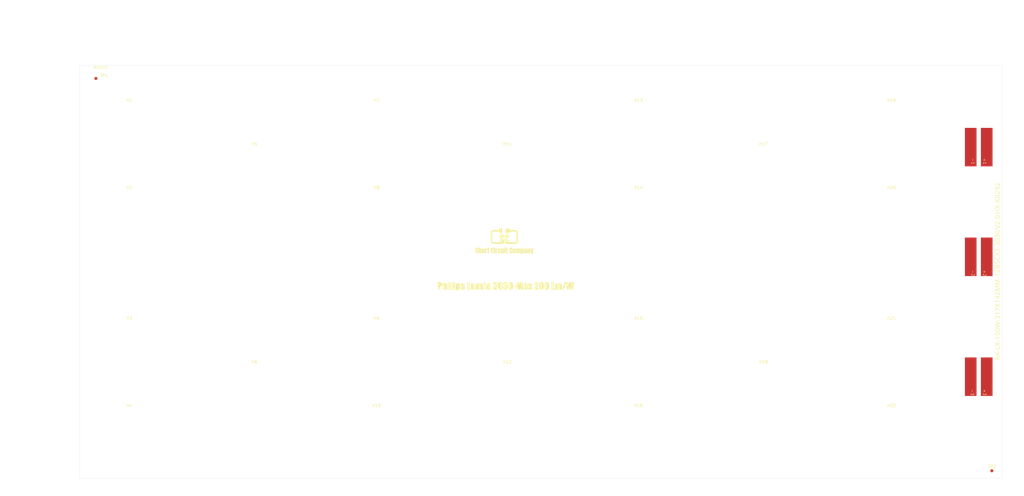
<source format=kicad_pcb>
(kicad_pcb (version 20241229) (generator "pcbnew") (generator_version "9.0")
  (layers (0 "F.Cu" signal) (2 "B.Cu" signal) (13 "F.Paste" user) (15 "B.Paste" user) (5 "F.SilkS" user "F.Silkscreen") (7 "B.SilkS" user "B.Silkscreen") (1 "F.Mask" user) (3 "B.Mask" user) (25 "Edge.Cuts" user))
  (net 0 "")
  (footprint "TerminalBlock:LED_strip_input_+" (layer "F.Cu") (at 356.7008 149.5 -90)
    (property "Reference" "+3" (at 5.5 0.7008 270) (layer "F.SilkS") (effects (font (thickness 0.1))))
    (property "Value" "Soldering_place")
    (pad "1" smd roundrect (at -3.5 -0.75 90) (size 5 1.5) (layers "F.Cu" "F.Mask" "F.Paste") (roundrect_rratio 0.15))
    (pad "1" smd roundrect (at 2.5 0.75 90) (size 2.5 1.5) (layers "F.Cu" "F.Mask" "F.Paste") (roundrect_rratio 0.15))
  )
  (footprint "TestPoint:TestPoint_Pad_D1.0mm" (layer "F.Cu") (at 358.5 182)
    (property "Reference" "TP2" (at 0 -1.448 0) (layer "F.SilkS"))
    (property "Value" "TestPoint_Small")
    (pad "1" smd circle (at 0 0) (size 1 1) (layers "F.Cu" "F.Mask"))
  )
  (footprint "MountingHole:MountingHole_4mm" (layer "F.Cu") (at 62 164.5)
    (property "Reference" "H4" (at 0 -4.95 0) (layer "F.SilkS"))
    (property "Value" "MountingHole")
    (pad "" np_thru_hole circle (at 0 0) (size 4 4) (drill 4) (layers "*.Cu" "*.Mask"))
  )
  (footprint "MountingHole:MountingHole_4mm" (layer "F.Cu") (at 237 59.5)
    (property "Reference" "H13" (at 0 -4.95 0) (layer "F.SilkS"))
    (property "Value" "MountingHole")
    (pad "" np_thru_hole circle (at 0 0) (size 4 4) (drill 4) (layers "*.Cu" "*.Mask"))
  )
  (footprint "MountingHole:MountingHole_4mm" (layer "F.Cu") (at 324 134.5)
    (property "Reference" "H21" (at 0 -4.95 0) (layer "F.SilkS"))
    (property "Value" "MountingHole")
    (pad "" np_thru_hole circle (at 0 0) (size 4 4) (drill 4) (layers "*.Cu" "*.Mask"))
  )
  (footprint "MountingHole:MountingHole_4mm" (layer "F.Cu") (at 147 164.5)
    (property "Reference" "H10" (at 0 -4.95 0) (layer "F.SilkS"))
    (property "Value" "MountingHole")
    (pad "" np_thru_hole circle (at 0 0) (size 4 4) (drill 4) (layers "*.Cu" "*.Mask"))
  )
  (footprint "TerminalBlock:LED_strip_input_+" (layer "F.Cu") (at 356.7008 108 -90)
    (property "Reference" "+2" (at 6 0.7008 270) (layer "F.SilkS") (effects (font (thickness 0.1))))
    (property "Value" "Soldering_place")
    (pad "1" smd roundrect (at -3.5 -0.75 90) (size 5 1.5) (layers "F.Cu" "F.Mask" "F.Paste") (roundrect_rratio 0.15))
    (pad "1" smd roundrect (at 2.5 0.75 90) (size 2.5 1.5) (layers "F.Cu" "F.Mask" "F.Paste") (roundrect_rratio 0.15))
  )
  (footprint "MountingHole:MountingHole_4mm" (layer "F.Cu") (at 147 89.5)
    (property "Reference" "H8" (at 0 -4.95 0) (layer "F.SilkS"))
    (property "Value" "MountingHole")
    (pad "" np_thru_hole circle (at 0 0) (size 4 4) (drill 4) (layers "*.Cu" "*.Mask"))
  )
  (footprint "LOGO" (layer "F.Cu") (at 360.4508 113.5 90)
    (property "Reference" "G***" (hide yes))
    (property "Value" "LOGO" (hide yes))
  )
  (footprint "LOGO" (layer "F.Cu") (at 190.9508 103)
    (property "Reference" "G***" (hide yes))
    (property "Value" "LOGO" (hide yes))
  )
  (footprint "TerminalBlock:LED_strip_input_-" (layer "F.Cu") (at 351.2008 108 -90)
    (property "Reference" "-2" (at 6 -0.7992 270) (layer "F.SilkS") (effects (font (thickness 0.1))))
    (property "Value" "Soldering_place")
    (pad "1" smd roundrect (at -3.5 0.75 90) (size 5 1.5) (layers "F.Cu" "F.Mask" "F.Paste") (roundrect_rratio 0.15))
    (pad "1" smd roundrect (at 2.5 -0.75 90) (size 2.5 1.5) (layers "F.Cu" "F.Mask" "F.Paste") (roundrect_rratio 0.15))
  )
  (footprint "MountingHole:MountingHole_4mm" (layer "F.Cu") (at 62 89.5)
    (property "Reference" "H2" (at 0 -4.95 0) (layer "F.SilkS"))
    (property "Value" "MountingHole")
    (pad "" np_thru_hole circle (at 0 0) (size 4 4) (drill 4) (layers "*.Cu" "*.Mask"))
  )
  (footprint "MountingHole:MountingHole_4mm" (layer "F.Cu") (at 147 59.5)
    (property "Reference" "H7" (at 0 -4.95 0) (layer "F.SilkS"))
    (property "Value" "MountingHole")
    (pad "" np_thru_hole circle (at 0 0) (size 4 4) (drill 4) (layers "*.Cu" "*.Mask"))
  )
  (footprint "MountingHole:MountingHole_4mm" (layer "F.Cu") (at 324 89.5)
    (property "Reference" "H20" (at 0 -4.95 0) (layer "F.SilkS"))
    (property "Value" "MountingHole")
    (pad "" np_thru_hole circle (at 0 0) (size 4 4) (drill 4) (layers "*.Cu" "*.Mask"))
  )
  (footprint "MountingHole:MountingHole_4mm" (layer "F.Cu") (at 62 59.5)
    (property "Reference" "H1" (at 0 -4.95 0) (layer "F.SilkS"))
    (property "Value" "MountingHole")
    (pad "" np_thru_hole circle (at 0 0) (size 4 4) (drill 4) (layers "*.Cu" "*.Mask"))
  )
  (footprint "MountingHole:MountingHole_2mm" (layer "F.Cu") (at 47.25 44.75)
    (property "Reference" "MiniH1" (at 5 -1.5 0) (layer "F.SilkS"))
    (property "Value" "MountingHole")
    (pad "" np_thru_hole circle (at 0 0) (size 2 2) (drill 2) (layers "*.Cu" "*.Mask"))
  )
  (footprint "TestPoint:TestPoint_Pad_D1.0mm" (layer "F.Cu") (at 50.5 47)
    (property "Reference" "TP1" (at 2.7992 -1 0) (layer "F.SilkS"))
    (property "Value" "TestPoint_Small")
    (pad "1" smd circle (at 0 0) (size 1 1) (layers "F.Cu" "F.Mask"))
  )
  (footprint "MountingHole:MountingHole_4mm" (layer "F.Cu") (at 237 89.5)
    (property "Reference" "H14" (at 0 -4.95 0) (layer "F.SilkS"))
    (property "Value" "MountingHole")
    (pad "" np_thru_hole circle (at 0 0) (size 4 4) (drill 4) (layers "*.Cu" "*.Mask"))
  )
  (footprint "LOGO" (layer "F.Cu") (at 191.4508 118.5)
    (property "Reference" "G***" (hide yes))
    (property "Value" "LOGO" (hide yes))
  )
  (footprint "TerminalBlock:LED_strip_input_+" (layer "F.Cu") (at 356.7008 70.5 -90)
    (property "Reference" "+1" (at 5 0.7008 270) (layer "F.SilkS") (effects (font (thickness 0.1))))
    (property "Value" "Soldering_place")
    (pad "1" smd roundrect (at -3.5 -0.75 90) (size 5 1.5) (layers "F.Cu" "F.Mask" "F.Paste") (roundrect_rratio 0.15))
    (pad "1" smd roundrect (at 2.5 0.75 90) (size 2.5 1.5) (layers "F.Cu" "F.Mask" "F.Paste") (roundrect_rratio 0.15))
  )
  (footprint "MountingHole:MountingHole_4mm" (layer "F.Cu") (at 191.9508 149.5)
    (property "Reference" "H12" (at 0 -4.95 0) (layer "F.SilkS"))
    (property "Value" "MountingHole")
    (pad "" np_thru_hole circle (at 0 0) (size 4 4) (drill 4) (layers "*.Cu" "*.Mask"))
  )
  (footprint "MountingHole:MountingHole_4mm" (layer "F.Cu") (at 280 74.5)
    (property "Reference" "H17" (at 0 -4.95 0) (layer "F.SilkS"))
    (property "Value" "MountingHole")
    (pad "" np_thru_hole circle (at 0 0) (size 4 4) (drill 4) (layers "*.Cu" "*.Mask"))
  )
  (footprint "MountingHole:MountingHole_4mm" (layer "F.Cu") (at 105 74.5)
    (property "Reference" "H5" (at 0 -4.95 0) (layer "F.SilkS"))
    (property "Value" "MountingHole")
    (pad "" np_thru_hole circle (at 0 0) (size 4 4) (drill 4) (layers "*.Cu" "*.Mask"))
  )
  (footprint "MountingHole:MountingHole_4mm" (layer "F.Cu") (at 237 164.5)
    (property "Reference" "H16" (at 0 -4.95 0) (layer "F.SilkS"))
    (property "Value" "MountingHole")
    (pad "" np_thru_hole circle (at 0 0) (size 4 4) (drill 4) (layers "*.Cu" "*.Mask"))
  )
  (footprint "MountingHole:MountingHole_4mm" (layer "F.Cu") (at 237 134.5)
    (property "Reference" "H15" (at 0 -4.95 0) (layer "F.SilkS"))
    (property "Value" "MountingHole")
    (pad "" np_thru_hole circle (at 0 0) (size 4 4) (drill 4) (layers "*.Cu" "*.Mask"))
  )
  (footprint "TerminalBlock:LED_strip_input_-" (layer "F.Cu") (at 351.2008 70.5 -90)
    (property "Reference" "-1" (at 5 -0.7992 270) (layer "F.SilkS") (effects (font (thickness 0.1))))
    (property "Value" "Soldering_place")
    (pad "1" smd roundrect (at -3.5 0.75 90) (size 5 1.5) (layers "F.Cu" "F.Mask" "F.Paste") (roundrect_rratio 0.15))
    (pad "1" smd roundrect (at 2.5 -0.75 90) (size 2.5 1.5) (layers "F.Cu" "F.Mask" "F.Paste") (roundrect_rratio 0.15))
  )
  (footprint "MountingHole:MountingHole_4mm" (layer "F.Cu") (at 62 134.5)
    (property "Reference" "H3" (at 0 -4.95 0) (layer "F.SilkS"))
    (property "Value" "MountingHole")
    (pad "" np_thru_hole circle (at 0 0) (size 4 4) (drill 4) (layers "*.Cu" "*.Mask"))
  )
  (footprint "MountingHole:MountingHole_4mm" (layer "F.Cu") (at 147 134.5)
    (property "Reference" "H9" (at 0 -4.95 0) (layer "F.SilkS"))
    (property "Value" "MountingHole")
    (pad "" np_thru_hole circle (at 0 0) (size 4 4) (drill 4) (layers "*.Cu" "*.Mask"))
  )
  (footprint "TerminalBlock:LED_strip_input_-" (layer "F.Cu") (at 351 149.5 -90)
    (property "Reference" "-3" (at 5.5 -0.7992 270) (layer "F.SilkS") (effects (font (thickness 0.1))))
    (property "Value" "Soldering_place")
    (pad "1" smd roundrect (at -3.5 0.75 90) (size 5 1.5) (layers "F.Cu" "F.Mask" "F.Paste") (roundrect_rratio 0.15))
    (pad "1" smd roundrect (at 2.5 -0.75 90) (size 2.5 1.5) (layers "F.Cu" "F.Mask" "F.Paste") (roundrect_rratio 0.15))
  )
  (footprint "MountingHole:MountingHole_4mm" (layer "F.Cu") (at 191.9508 74.5)
    (property "Reference" "H11" (at 0 -4.95 0) (layer "F.SilkS"))
    (property "Value" "MountingHole")
    (pad "" np_thru_hole circle (at 0 0) (size 4 4) (drill 4) (layers "*.Cu" "*.Mask"))
  )
  (footprint "MountingHole:MountingHole_4mm" (layer "F.Cu") (at 324 164.5)
    (property "Reference" "H22" (at 0 -4.95 0) (layer "F.SilkS"))
    (property "Value" "MountingHole")
    (pad "" np_thru_hole circle (at 0 0) (size 4 4) (drill 4) (layers "*.Cu" "*.Mask"))
  )
  (footprint "MountingHole:MountingHole_4mm" (layer "F.Cu") (at 105 149.5)
    (property "Reference" "H6" (at 0 -4.95 0) (layer "F.SilkS"))
    (property "Value" "MountingHole")
    (pad "" np_thru_hole circle (at 0 0) (size 4 4) (drill 4) (layers "*.Cu" "*.Mask"))
  )
  (footprint "MountingHole:MountingHole_4mm" (layer "F.Cu") (at 324 59.5)
    (property "Reference" "H19" (at 0 -4.95 0) (layer "F.SilkS"))
    (property "Value" "MountingHole")
    (pad "" np_thru_hole circle (at 0 0) (size 4 4) (drill 4) (layers "*.Cu" "*.Mask"))
  )
  (footprint "MountingHole:MountingHole_4mm" (layer "F.Cu") (at 280 149.5)
    (property "Reference" "H18" (at 0 -4.95 0) (layer "F.SilkS"))
    (property "Value" "MountingHole")
    (pad "" np_thru_hole circle (at 0 0) (size 4 4) (drill 4) (layers "*.Cu" "*.Mask"))
  )
  (gr_poly (pts (xy 349.25 101.75) (xy 353.25 101.75) (xy 353.25 115) (xy 349.25 115)) (fill yes) (layer "F.Cu") (net 7))
  (gr_poly (pts (xy 354.75 64) (xy 358.75 64) (xy 358.75 77.25) (xy 354.75 77.25)) (fill yes) (layer "F.Cu") (net 3))
  (gr_poly (pts (xy 354.75 143) (xy 358.75 143) (xy 358.75 156.25) (xy 354.75 156.25)) (fill yes) (layer "F.Cu") (net 5))
  (gr_poly (pts (xy 349.25 143) (xy 353.25 143) (xy 353.25 156.25) (xy 349.25 156.25)) (fill yes) (layer "F.Cu") (net 8))
  (gr_poly (pts (xy 354.75 101.75) (xy 358.75 101.75) (xy 358.75 115) (xy 354.75 115)) (fill yes) (layer "F.Cu") (net 4))
  (gr_poly (pts (xy 349.25 64) (xy 353.25 64) (xy 353.25 77.25) (xy 349.25 77.25)) (fill yes) (layer "F.Cu") (net 6))
  (gr_rect (start 45 42.5) (end 362 184.5) (stroke (width 0.05)) (fill no) (layer "Edge.Cuts"))
)
</source>
